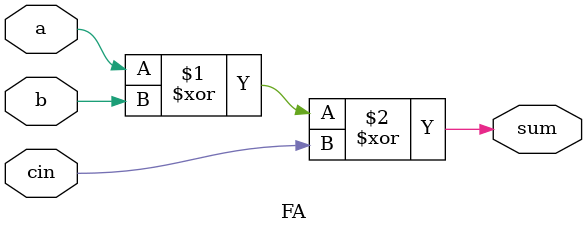
<source format=v>
module FA(input a,b, cin, output wire sum );

xor x1(sum, a, b, cin);

endmodule

</source>
